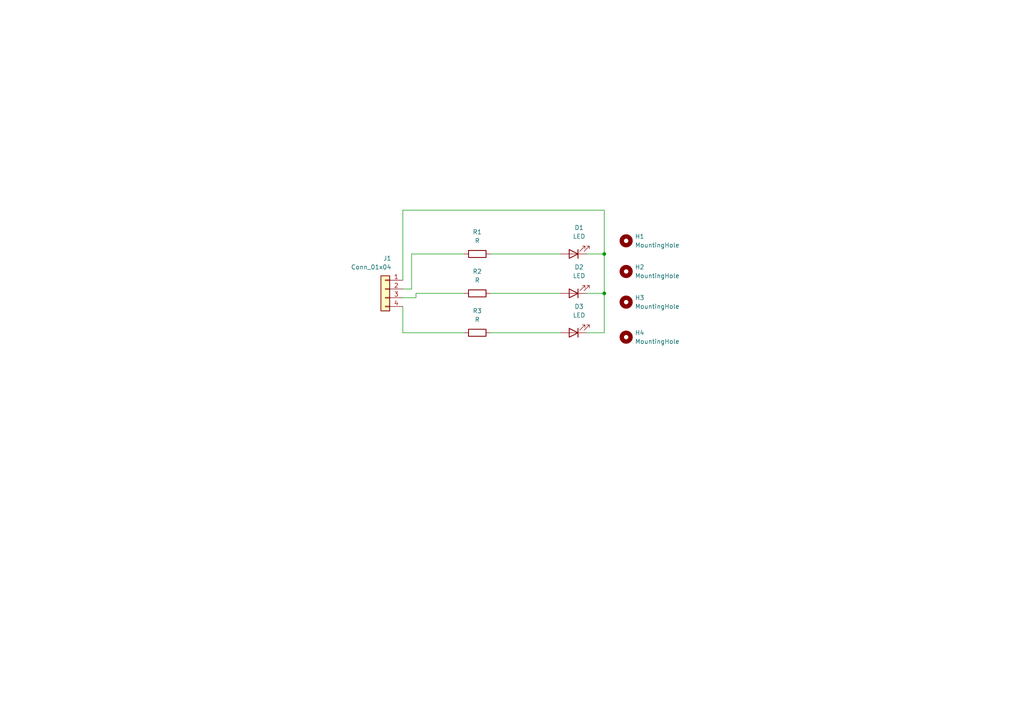
<source format=kicad_sch>
(kicad_sch (version 20231120) (generator "eeschema") (generator_version "8.0")
  (paper "A4")
  (lib_symbols
    (symbol "Connector_Generic:Conn_01x04" (pin_names (offset 1.016) hide)
      (property "Reference" "J" (at 0 5.08 0))
      (property "Value" "Conn_01x04" (at 0 -7.62 0))
      (symbol "Conn_01x04_1_1"
        (rectangle (start -1.27 -4.953) (end 0 -5.207) (stroke (width 0.1524)))
        (rectangle (start -1.27 -2.413) (end 0 -2.667) (stroke (width 0.1524)))
        (rectangle (start -1.27 0.127) (end 0 -0.127) (stroke (width 0.1524)))
        (rectangle (start -1.27 2.667) (end 0 2.413) (stroke (width 0.1524)))
        (rectangle (start -1.27 3.81) (end 1.27 -6.35) (stroke (width 0.254)) (fill (type background)))
        (pin passive line (at -5.08 2.54 0) (length 3.81) (name "Pin_1") (number "1"))
        (pin passive line (at -5.08 0 0) (length 3.81) (name "Pin_2") (number "2"))
        (pin passive line (at -5.08 -2.54 0) (length 3.81) (name "Pin_3") (number "3"))
        (pin passive line (at -5.08 -5.08 0) (length 3.81) (name "Pin_4") (number "4"))
      )
    )
    (symbol "Device:LED" (pin_numbers hide) (pin_names (offset 1.016) hide)
      (property "Reference" "D" (at 0 2.54 0))
      (property "Value" "LED" (at 0 -2.54 0))
      (symbol "LED_0_1"
        (polyline (pts (xy -1.27 -1.27) (xy -1.27 1.27)) (stroke (width 0.254)))
        (polyline (pts (xy -1.27 0) (xy 1.27 0)))
        (polyline (pts (xy 1.27 -1.27) (xy 1.27 1.27) (xy -1.27 0) (xy 1.27 -1.27)) (stroke (width 0.254)))
        (polyline (pts (xy -3.048 -0.762) (xy -4.572 -2.286) (xy -3.81 -2.286) (xy -4.572 -2.286) (xy -4.572 -1.524)))
        (polyline (pts (xy -1.778 -0.762) (xy -3.302 -2.286) (xy -2.54 -2.286) (xy -3.302 -2.286) (xy -3.302 -1.524)))
      )
      (symbol "LED_1_1"
        (pin passive line (at -3.81 0 0) (length 2.54) (name "K") (number "1"))
        (pin passive line (at 3.81 0 180) (length 2.54) (name "A") (number "2"))
      )
    )
    (symbol "Device:R" (pin_numbers hide) (pin_names (offset 0))
      (property "Reference" "R" (at 2.032 0 90))
      (property "Value" "R" (at 0 0 90))
      (symbol "R_0_1"
        (rectangle (start -1.016 -2.54) (end 1.016 2.54) (stroke (width 0.254)))
      )
      (symbol "R_1_1"
        (pin passive line (at 0 3.81 270) (length 1.27) (name "~") (number "1"))
        (pin passive line (at 0 -3.81 90) (length 1.27) (name "~") (number "2"))
      )
    )
    (symbol "Mechanical:MountingHole" (pin_names (offset 1.016)) (exclude_from_sim yes) (in_bom no)
      (property "Reference" "H" (at 0 5.08 0))
      (property "Value" "MountingHole" (at 0 3.175 0))
      (symbol "MountingHole_0_1"
        (circle (center 0 0) (radius 1.27) (stroke (width 1.27)))
      )
    )
  )
  (junction (at 175.26 85.09))
  (junction (at 175.26 73.66))
  (wire (pts (xy 120.65 85.09) (xy 134.62 85.09)))
  (wire (pts (xy 170.18 85.09) (xy 175.26 85.09)))
  (wire (pts (xy 120.65 86.36) (xy 120.65 85.09)))
  (wire (pts (xy 142.24 85.09) (xy 162.56 85.09)))
  (wire (pts (xy 170.18 73.66) (xy 175.26 73.66)))
  (wire (pts (xy 116.84 83.82) (xy 119.38 83.82)))
  (wire (pts (xy 116.84 60.96) (xy 175.26 60.96)))
  (wire (pts (xy 142.24 96.52) (xy 162.56 96.52)))
  (wire (pts (xy 170.18 96.52) (xy 175.26 96.52)))
  (wire (pts (xy 175.26 60.96) (xy 175.26 73.66)))
  (wire (pts (xy 119.38 73.66) (xy 134.62 73.66)))
  (wire (pts (xy 119.38 73.66) (xy 119.38 83.82)))
  (wire (pts (xy 175.26 85.09) (xy 175.26 73.66)))
  (wire (pts (xy 175.26 85.09) (xy 175.26 96.52)))
  (wire (pts (xy 116.84 86.36) (xy 120.65 86.36)))
  (wire (pts (xy 142.24 73.66) (xy 162.56 73.66)))
  (wire (pts (xy 116.84 88.9) (xy 116.84 96.52)))
  (wire (pts (xy 116.84 60.96) (xy 116.84 81.28)))
  (wire (pts (xy 116.84 96.52) (xy 134.62 96.52)))
  (symbol (lib_id "Device:R") (at 138.43 73.66 90) (unit 1)
    (property "Reference" "R1" (at 138.43 67.31 90))
    (property "Value" "R" (at 138.43 69.85 90))
    (property "Footprint" "Resistor_THT:R_Axial_DIN0204_L3.6mm_D1.6mm_P5.08mm_Horizontal" (effects (hide yes)))
    (property "Description" "Resistor" (effects (hide yes)))
  )
  (symbol (lib_id "Mechanical:MountingHole") (at 181.61 97.79 0) (unit 1) (exclude_from_sim yes) (in_bom no)
    (property "Reference" "H4" (at 184.15 96.5199 0) (effects (justify left)))
    (property "Value" "MountingHole" (at 184.15 99.0599 0) (effects (justify left)))
    (property "Footprint" "MountingHole:MountingHole_2.5mm_Pad" (effects (hide yes)))
    (property "Description" "Mounting Hole without connection" (effects (hide yes)))
  )
  (symbol (lib_id "Device:R") (at 138.43 85.09 90) (unit 1)
    (property "Reference" "R2" (at 138.43 78.74 90))
    (property "Value" "R" (at 138.43 81.28 90))
    (property "Footprint" "Resistor_THT:R_Axial_DIN0204_L3.6mm_D1.6mm_P5.08mm_Horizontal" (effects (hide yes)))
    (property "Description" "Resistor" (effects (hide yes)))
  )
  (symbol (lib_id "Connector_Generic:Conn_01x04") (at 111.76 83.82 0) (mirror y) (unit 1)
    (property "Reference" "J1" (at 113.538 74.93 0) (effects (justify left)))
    (property "Value" "Conn_01x04" (at 113.538 77.47 0) (effects (justify left)))
    (property "Footprint" "Connector_PinHeader_2.54mm:PinHeader_1x04_P2.54mm_Horizontal" (effects (hide yes)))
    (property "Description" "Generic connector, single row, 01x04, script generated (kicad-library-utils/schlib/autogen/connector/)" (effects (hide yes)))
  )
  (symbol (lib_id "Mechanical:MountingHole") (at 181.61 87.63 0) (unit 1) (exclude_from_sim yes) (in_bom no)
    (property "Reference" "H3" (at 184.15 86.3599 0) (effects (justify left)))
    (property "Value" "MountingHole" (at 184.15 88.8999 0) (effects (justify left)))
    (property "Footprint" "MountingHole:MountingHole_2.5mm_Pad" (effects (hide yes)))
    (property "Description" "Mounting Hole without connection" (effects (hide yes)))
  )
  (symbol (lib_id "Mechanical:MountingHole") (at 181.61 78.74 0) (unit 1) (exclude_from_sim yes) (in_bom no)
    (property "Reference" "H2" (at 184.15 77.4699 0) (effects (justify left)))
    (property "Value" "MountingHole" (at 184.15 80.0099 0) (effects (justify left)))
    (property "Footprint" "MountingHole:MountingHole_2.5mm_Pad" (effects (hide yes)))
    (property "Description" "Mounting Hole without connection" (effects (hide yes)))
  )
  (symbol (lib_id "Device:LED") (at 166.37 73.66 180) (unit 1)
    (property "Reference" "D1" (at 167.9575 66.04 0))
    (property "Value" "LED" (at 167.9575 68.58 0))
    (property "Footprint" "LED_THT:LED_D3.0mm" (effects (hide yes)))
    (property "Description" "Light emitting diode" (effects (hide yes)))
  )
  (symbol (lib_id "Device:LED") (at 166.37 85.09 180) (unit 1)
    (property "Reference" "D2" (at 167.9575 77.47 0))
    (property "Value" "LED" (at 167.9575 80.01 0))
    (property "Footprint" "LED_THT:LED_D3.0mm" (effects (hide yes)))
    (property "Description" "Light emitting diode" (effects (hide yes)))
  )
  (symbol (lib_id "Device:LED") (at 166.37 96.52 180) (unit 1)
    (property "Reference" "D3" (at 167.9575 88.9 0))
    (property "Value" "LED" (at 167.9575 91.44 0))
    (property "Footprint" "LED_THT:LED_D3.0mm" (effects (hide yes)))
    (property "Description" "Light emitting diode" (effects (hide yes)))
  )
  (symbol (lib_id "Device:R") (at 138.43 96.52 90) (unit 1)
    (property "Reference" "R3" (at 138.43 90.17 90))
    (property "Value" "R" (at 138.43 92.71 90))
    (property "Footprint" "Resistor_THT:R_Axial_DIN0204_L3.6mm_D1.6mm_P5.08mm_Horizontal" (effects (hide yes)))
    (property "Description" "Resistor" (effects (hide yes)))
  )
  (symbol (lib_id "Mechanical:MountingHole") (at 181.61 69.85 0) (unit 1) (exclude_from_sim yes) (in_bom no)
    (property "Reference" "H1" (at 184.15 68.5799 0) (effects (justify left)))
    (property "Value" "MountingHole" (at 184.15 71.1199 0) (effects (justify left)))
    (property "Footprint" "MountingHole:MountingHole_2.5mm_Pad" (effects (hide yes)))
    (property "Description" "Mounting Hole without connection" (effects (hide yes)))
  )
)
</source>
